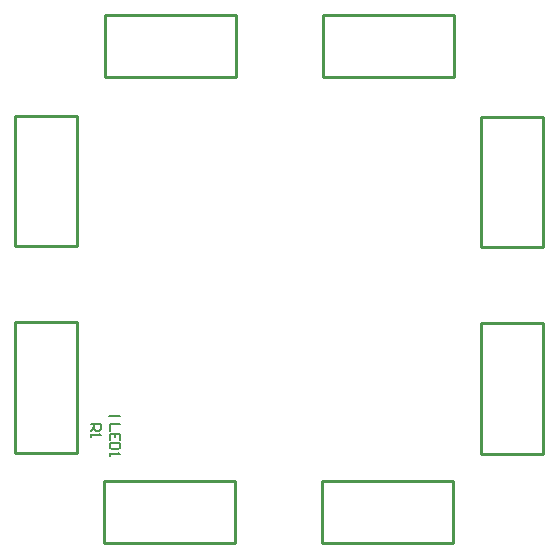
<source format=gto>
G04*
G04 #@! TF.GenerationSoftware,Altium Limited,Altium Designer,18.1.9 (240)*
G04*
G04 Layer_Color=65535*
%FSLAX25Y25*%
%MOIN*%
G70*
G01*
G75*
%ADD10C,0.00591*%
%ADD11C,0.01000*%
D10*
X41861Y52624D02*
X45446D01*
X35827Y50017D02*
X38975D01*
Y48443D01*
X38451Y47918D01*
X37401D01*
X36876Y48443D01*
Y50017D01*
Y48968D02*
X35827Y47918D01*
Y46869D02*
Y45819D01*
Y46344D01*
X38975D01*
X38451Y46869D01*
X45386Y50017D02*
X42237D01*
Y47918D01*
X45386Y44770D02*
Y46869D01*
X42237D01*
Y44770D01*
X43812Y46869D02*
Y45819D01*
X45386Y43720D02*
X42237D01*
Y42146D01*
X42762Y41621D01*
X44861D01*
X45386Y42146D01*
Y43720D01*
X42237Y40572D02*
Y39522D01*
Y40047D01*
X45386D01*
X44861Y40572D01*
D11*
X10354Y137795D02*
Y152873D01*
X31220D01*
X10354Y109273D02*
X31220D01*
Y152873D01*
X10354Y109273D02*
Y141732D01*
X186496Y40040D02*
Y55118D01*
X165630Y40040D02*
X186496D01*
X165630Y83640D02*
X186496D01*
X165630Y40040D02*
Y83640D01*
X186496Y51181D02*
Y83640D01*
Y108938D02*
Y124016D01*
X165630Y108938D02*
X186496D01*
X165630Y152538D02*
X186496D01*
X165630Y108938D02*
Y152538D01*
X186496Y120079D02*
Y152538D01*
X141732Y186496D02*
X156810D01*
Y165630D02*
Y186496D01*
X113210Y165630D02*
Y186496D01*
Y165630D02*
X156810D01*
X113210Y186496D02*
X145669D01*
X68898D02*
X83976D01*
Y165630D02*
Y186496D01*
X40376Y165630D02*
Y186496D01*
Y165630D02*
X83976D01*
X40376Y186496D02*
X72835D01*
X112875Y10354D02*
X127953D01*
X112875D02*
Y31220D01*
X156475Y10354D02*
Y31220D01*
X112875D02*
X156475D01*
X124016Y10354D02*
X156475D01*
X40040D02*
X55118D01*
X40040D02*
Y31220D01*
X83640Y10354D02*
Y31220D01*
X40040D02*
X83640D01*
X51181Y10354D02*
X83640D01*
X10354Y68898D02*
Y83976D01*
X31220D01*
X10354Y40376D02*
X31220D01*
Y83976D01*
X10354Y40376D02*
Y72835D01*
M02*

</source>
